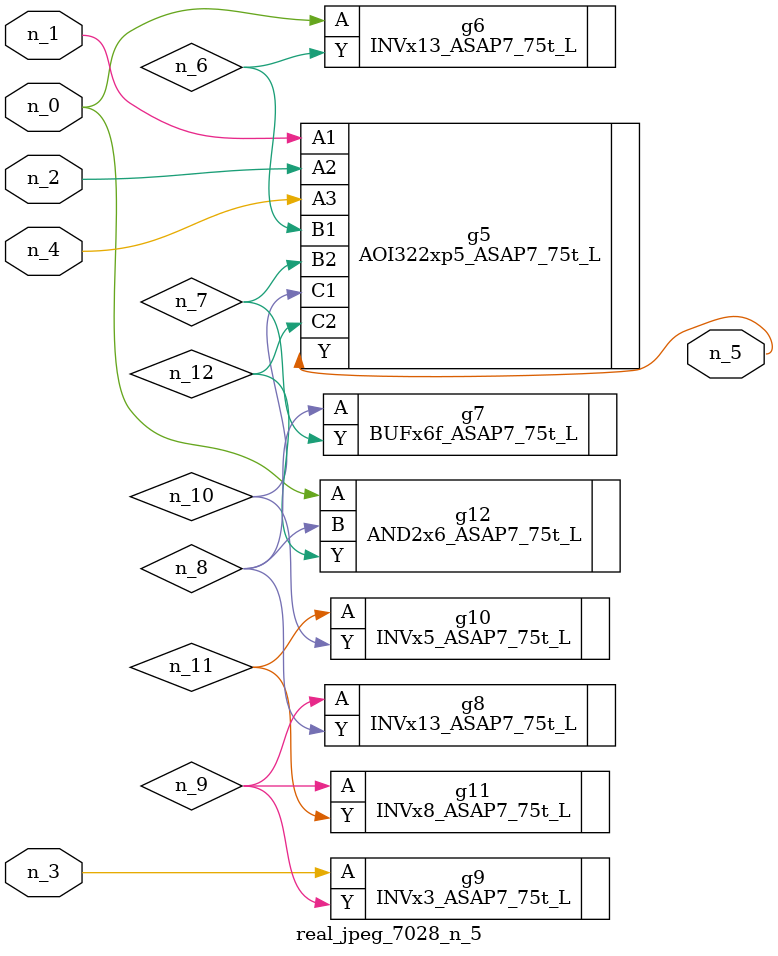
<source format=v>
module real_jpeg_7028_n_5 (n_4, n_0, n_1, n_2, n_3, n_5);

input n_4;
input n_0;
input n_1;
input n_2;
input n_3;

output n_5;

wire n_12;
wire n_8;
wire n_11;
wire n_6;
wire n_7;
wire n_10;
wire n_9;

INVx13_ASAP7_75t_L g6 ( 
.A(n_0),
.Y(n_6)
);

AND2x6_ASAP7_75t_L g12 ( 
.A(n_0),
.B(n_8),
.Y(n_12)
);

AOI322xp5_ASAP7_75t_L g5 ( 
.A1(n_1),
.A2(n_2),
.A3(n_4),
.B1(n_6),
.B2(n_7),
.C1(n_10),
.C2(n_12),
.Y(n_5)
);

INVx3_ASAP7_75t_L g9 ( 
.A(n_3),
.Y(n_9)
);

BUFx6f_ASAP7_75t_L g7 ( 
.A(n_8),
.Y(n_7)
);

INVx13_ASAP7_75t_L g8 ( 
.A(n_9),
.Y(n_8)
);

INVx8_ASAP7_75t_L g11 ( 
.A(n_9),
.Y(n_11)
);

INVx5_ASAP7_75t_L g10 ( 
.A(n_11),
.Y(n_10)
);


endmodule
</source>
